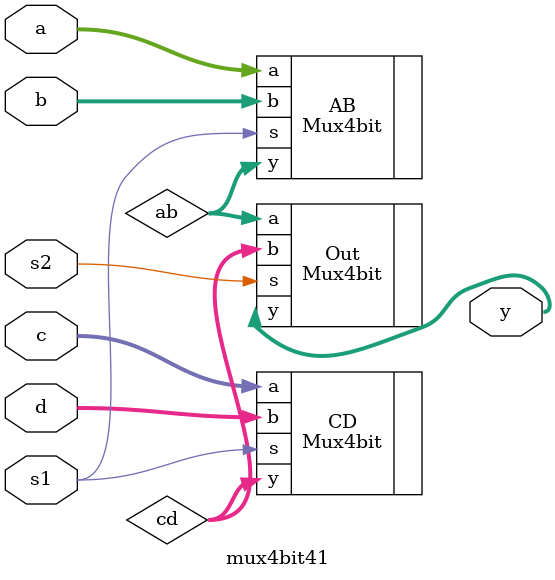
<source format=v>
`timescale 1ns / 1ps
module mux4bit41(
	input wire [3:0] a,
	input wire [3:0] b,
	input wire [3:0] c,
	input wire [3:0] d,
	input wire s1,
	input wire s2,
	output wire [3:0] y
    );
	wire [3:0] ab;
	wire [3:0] cd;
	
	Mux4bit AB(
	.a(a),
	.b(b),
	.s(s1),
	.y(ab)
	);
	
	Mux4bit CD(
	.a(c),
	.b(d),
	.s(s1),
	.y(cd)
	);
	
	Mux4bit Out(
	.a(ab),
	.b(cd),
	.s(s2),
	.y(y)
	);

endmodule

</source>
